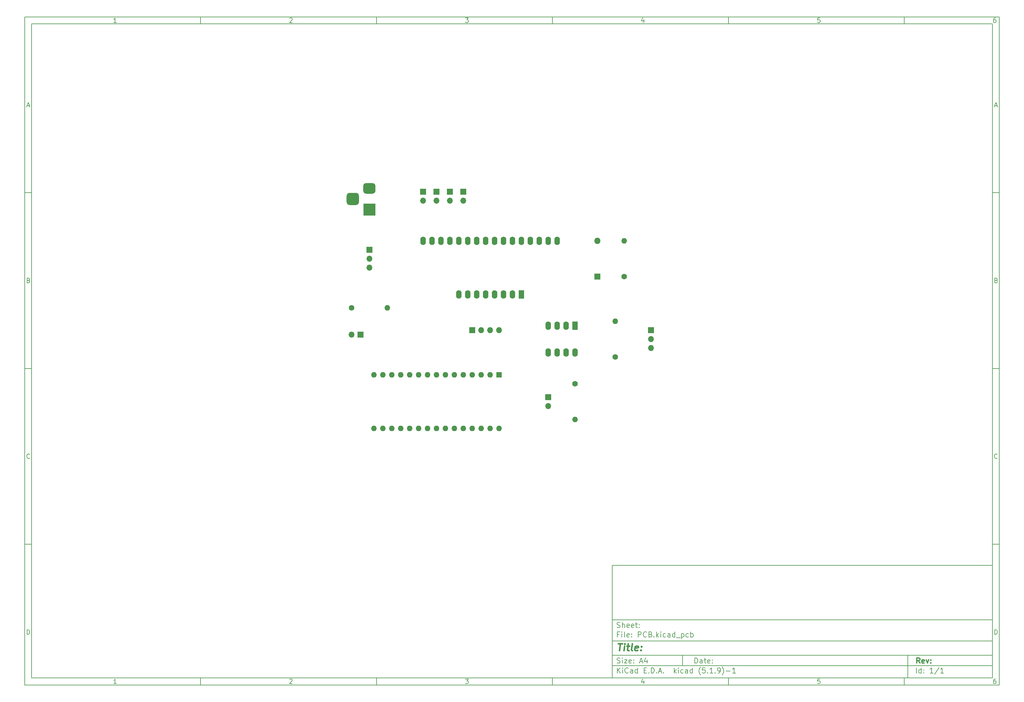
<source format=gbr>
%TF.GenerationSoftware,KiCad,Pcbnew,(5.1.9)-1*%
%TF.CreationDate,2023-11-25T15:35:42-05:00*%
%TF.ProjectId,PCB,5043422e-6b69-4636-9164-5f7063625858,rev?*%
%TF.SameCoordinates,Original*%
%TF.FileFunction,Copper,L1,Top*%
%TF.FilePolarity,Positive*%
%FSLAX46Y46*%
G04 Gerber Fmt 4.6, Leading zero omitted, Abs format (unit mm)*
G04 Created by KiCad (PCBNEW (5.1.9)-1) date 2023-11-25 15:35:42*
%MOMM*%
%LPD*%
G01*
G04 APERTURE LIST*
%ADD10C,0.100000*%
%ADD11C,0.150000*%
%ADD12C,0.300000*%
%ADD13C,0.400000*%
%TA.AperFunction,ComponentPad*%
%ADD14R,1.600000X1.600000*%
%TD*%
%TA.AperFunction,ComponentPad*%
%ADD15O,1.600000X1.600000*%
%TD*%
%TA.AperFunction,ComponentPad*%
%ADD16R,1.700000X1.700000*%
%TD*%
%TA.AperFunction,ComponentPad*%
%ADD17O,1.700000X1.700000*%
%TD*%
%TA.AperFunction,ComponentPad*%
%ADD18R,1.800000X1.800000*%
%TD*%
%TA.AperFunction,ComponentPad*%
%ADD19O,1.800000X1.800000*%
%TD*%
%TA.AperFunction,ComponentPad*%
%ADD20R,3.500000X3.500000*%
%TD*%
%TA.AperFunction,ComponentPad*%
%ADD21C,1.600000*%
%TD*%
%TA.AperFunction,ComponentPad*%
%ADD22O,1.600000X2.400000*%
%TD*%
%TA.AperFunction,ComponentPad*%
%ADD23R,1.600000X2.400000*%
%TD*%
G04 APERTURE END LIST*
D10*
D11*
X177002200Y-166007200D02*
X177002200Y-198007200D01*
X285002200Y-198007200D01*
X285002200Y-166007200D01*
X177002200Y-166007200D01*
D10*
D11*
X10000000Y-10000000D02*
X10000000Y-200007200D01*
X287002200Y-200007200D01*
X287002200Y-10000000D01*
X10000000Y-10000000D01*
D10*
D11*
X12000000Y-12000000D02*
X12000000Y-198007200D01*
X285002200Y-198007200D01*
X285002200Y-12000000D01*
X12000000Y-12000000D01*
D10*
D11*
X60000000Y-12000000D02*
X60000000Y-10000000D01*
D10*
D11*
X110000000Y-12000000D02*
X110000000Y-10000000D01*
D10*
D11*
X160000000Y-12000000D02*
X160000000Y-10000000D01*
D10*
D11*
X210000000Y-12000000D02*
X210000000Y-10000000D01*
D10*
D11*
X260000000Y-12000000D02*
X260000000Y-10000000D01*
D10*
D11*
X36065476Y-11588095D02*
X35322619Y-11588095D01*
X35694047Y-11588095D02*
X35694047Y-10288095D01*
X35570238Y-10473809D01*
X35446428Y-10597619D01*
X35322619Y-10659523D01*
D10*
D11*
X85322619Y-10411904D02*
X85384523Y-10350000D01*
X85508333Y-10288095D01*
X85817857Y-10288095D01*
X85941666Y-10350000D01*
X86003571Y-10411904D01*
X86065476Y-10535714D01*
X86065476Y-10659523D01*
X86003571Y-10845238D01*
X85260714Y-11588095D01*
X86065476Y-11588095D01*
D10*
D11*
X135260714Y-10288095D02*
X136065476Y-10288095D01*
X135632142Y-10783333D01*
X135817857Y-10783333D01*
X135941666Y-10845238D01*
X136003571Y-10907142D01*
X136065476Y-11030952D01*
X136065476Y-11340476D01*
X136003571Y-11464285D01*
X135941666Y-11526190D01*
X135817857Y-11588095D01*
X135446428Y-11588095D01*
X135322619Y-11526190D01*
X135260714Y-11464285D01*
D10*
D11*
X185941666Y-10721428D02*
X185941666Y-11588095D01*
X185632142Y-10226190D02*
X185322619Y-11154761D01*
X186127380Y-11154761D01*
D10*
D11*
X236003571Y-10288095D02*
X235384523Y-10288095D01*
X235322619Y-10907142D01*
X235384523Y-10845238D01*
X235508333Y-10783333D01*
X235817857Y-10783333D01*
X235941666Y-10845238D01*
X236003571Y-10907142D01*
X236065476Y-11030952D01*
X236065476Y-11340476D01*
X236003571Y-11464285D01*
X235941666Y-11526190D01*
X235817857Y-11588095D01*
X235508333Y-11588095D01*
X235384523Y-11526190D01*
X235322619Y-11464285D01*
D10*
D11*
X285941666Y-10288095D02*
X285694047Y-10288095D01*
X285570238Y-10350000D01*
X285508333Y-10411904D01*
X285384523Y-10597619D01*
X285322619Y-10845238D01*
X285322619Y-11340476D01*
X285384523Y-11464285D01*
X285446428Y-11526190D01*
X285570238Y-11588095D01*
X285817857Y-11588095D01*
X285941666Y-11526190D01*
X286003571Y-11464285D01*
X286065476Y-11340476D01*
X286065476Y-11030952D01*
X286003571Y-10907142D01*
X285941666Y-10845238D01*
X285817857Y-10783333D01*
X285570238Y-10783333D01*
X285446428Y-10845238D01*
X285384523Y-10907142D01*
X285322619Y-11030952D01*
D10*
D11*
X60000000Y-198007200D02*
X60000000Y-200007200D01*
D10*
D11*
X110000000Y-198007200D02*
X110000000Y-200007200D01*
D10*
D11*
X160000000Y-198007200D02*
X160000000Y-200007200D01*
D10*
D11*
X210000000Y-198007200D02*
X210000000Y-200007200D01*
D10*
D11*
X260000000Y-198007200D02*
X260000000Y-200007200D01*
D10*
D11*
X36065476Y-199595295D02*
X35322619Y-199595295D01*
X35694047Y-199595295D02*
X35694047Y-198295295D01*
X35570238Y-198481009D01*
X35446428Y-198604819D01*
X35322619Y-198666723D01*
D10*
D11*
X85322619Y-198419104D02*
X85384523Y-198357200D01*
X85508333Y-198295295D01*
X85817857Y-198295295D01*
X85941666Y-198357200D01*
X86003571Y-198419104D01*
X86065476Y-198542914D01*
X86065476Y-198666723D01*
X86003571Y-198852438D01*
X85260714Y-199595295D01*
X86065476Y-199595295D01*
D10*
D11*
X135260714Y-198295295D02*
X136065476Y-198295295D01*
X135632142Y-198790533D01*
X135817857Y-198790533D01*
X135941666Y-198852438D01*
X136003571Y-198914342D01*
X136065476Y-199038152D01*
X136065476Y-199347676D01*
X136003571Y-199471485D01*
X135941666Y-199533390D01*
X135817857Y-199595295D01*
X135446428Y-199595295D01*
X135322619Y-199533390D01*
X135260714Y-199471485D01*
D10*
D11*
X185941666Y-198728628D02*
X185941666Y-199595295D01*
X185632142Y-198233390D02*
X185322619Y-199161961D01*
X186127380Y-199161961D01*
D10*
D11*
X236003571Y-198295295D02*
X235384523Y-198295295D01*
X235322619Y-198914342D01*
X235384523Y-198852438D01*
X235508333Y-198790533D01*
X235817857Y-198790533D01*
X235941666Y-198852438D01*
X236003571Y-198914342D01*
X236065476Y-199038152D01*
X236065476Y-199347676D01*
X236003571Y-199471485D01*
X235941666Y-199533390D01*
X235817857Y-199595295D01*
X235508333Y-199595295D01*
X235384523Y-199533390D01*
X235322619Y-199471485D01*
D10*
D11*
X285941666Y-198295295D02*
X285694047Y-198295295D01*
X285570238Y-198357200D01*
X285508333Y-198419104D01*
X285384523Y-198604819D01*
X285322619Y-198852438D01*
X285322619Y-199347676D01*
X285384523Y-199471485D01*
X285446428Y-199533390D01*
X285570238Y-199595295D01*
X285817857Y-199595295D01*
X285941666Y-199533390D01*
X286003571Y-199471485D01*
X286065476Y-199347676D01*
X286065476Y-199038152D01*
X286003571Y-198914342D01*
X285941666Y-198852438D01*
X285817857Y-198790533D01*
X285570238Y-198790533D01*
X285446428Y-198852438D01*
X285384523Y-198914342D01*
X285322619Y-199038152D01*
D10*
D11*
X10000000Y-60000000D02*
X12000000Y-60000000D01*
D10*
D11*
X10000000Y-110000000D02*
X12000000Y-110000000D01*
D10*
D11*
X10000000Y-160000000D02*
X12000000Y-160000000D01*
D10*
D11*
X10690476Y-35216666D02*
X11309523Y-35216666D01*
X10566666Y-35588095D02*
X11000000Y-34288095D01*
X11433333Y-35588095D01*
D10*
D11*
X11092857Y-84907142D02*
X11278571Y-84969047D01*
X11340476Y-85030952D01*
X11402380Y-85154761D01*
X11402380Y-85340476D01*
X11340476Y-85464285D01*
X11278571Y-85526190D01*
X11154761Y-85588095D01*
X10659523Y-85588095D01*
X10659523Y-84288095D01*
X11092857Y-84288095D01*
X11216666Y-84350000D01*
X11278571Y-84411904D01*
X11340476Y-84535714D01*
X11340476Y-84659523D01*
X11278571Y-84783333D01*
X11216666Y-84845238D01*
X11092857Y-84907142D01*
X10659523Y-84907142D01*
D10*
D11*
X11402380Y-135464285D02*
X11340476Y-135526190D01*
X11154761Y-135588095D01*
X11030952Y-135588095D01*
X10845238Y-135526190D01*
X10721428Y-135402380D01*
X10659523Y-135278571D01*
X10597619Y-135030952D01*
X10597619Y-134845238D01*
X10659523Y-134597619D01*
X10721428Y-134473809D01*
X10845238Y-134350000D01*
X11030952Y-134288095D01*
X11154761Y-134288095D01*
X11340476Y-134350000D01*
X11402380Y-134411904D01*
D10*
D11*
X10659523Y-185588095D02*
X10659523Y-184288095D01*
X10969047Y-184288095D01*
X11154761Y-184350000D01*
X11278571Y-184473809D01*
X11340476Y-184597619D01*
X11402380Y-184845238D01*
X11402380Y-185030952D01*
X11340476Y-185278571D01*
X11278571Y-185402380D01*
X11154761Y-185526190D01*
X10969047Y-185588095D01*
X10659523Y-185588095D01*
D10*
D11*
X287002200Y-60000000D02*
X285002200Y-60000000D01*
D10*
D11*
X287002200Y-110000000D02*
X285002200Y-110000000D01*
D10*
D11*
X287002200Y-160000000D02*
X285002200Y-160000000D01*
D10*
D11*
X285692676Y-35216666D02*
X286311723Y-35216666D01*
X285568866Y-35588095D02*
X286002200Y-34288095D01*
X286435533Y-35588095D01*
D10*
D11*
X286095057Y-84907142D02*
X286280771Y-84969047D01*
X286342676Y-85030952D01*
X286404580Y-85154761D01*
X286404580Y-85340476D01*
X286342676Y-85464285D01*
X286280771Y-85526190D01*
X286156961Y-85588095D01*
X285661723Y-85588095D01*
X285661723Y-84288095D01*
X286095057Y-84288095D01*
X286218866Y-84350000D01*
X286280771Y-84411904D01*
X286342676Y-84535714D01*
X286342676Y-84659523D01*
X286280771Y-84783333D01*
X286218866Y-84845238D01*
X286095057Y-84907142D01*
X285661723Y-84907142D01*
D10*
D11*
X286404580Y-135464285D02*
X286342676Y-135526190D01*
X286156961Y-135588095D01*
X286033152Y-135588095D01*
X285847438Y-135526190D01*
X285723628Y-135402380D01*
X285661723Y-135278571D01*
X285599819Y-135030952D01*
X285599819Y-134845238D01*
X285661723Y-134597619D01*
X285723628Y-134473809D01*
X285847438Y-134350000D01*
X286033152Y-134288095D01*
X286156961Y-134288095D01*
X286342676Y-134350000D01*
X286404580Y-134411904D01*
D10*
D11*
X285661723Y-185588095D02*
X285661723Y-184288095D01*
X285971247Y-184288095D01*
X286156961Y-184350000D01*
X286280771Y-184473809D01*
X286342676Y-184597619D01*
X286404580Y-184845238D01*
X286404580Y-185030952D01*
X286342676Y-185278571D01*
X286280771Y-185402380D01*
X286156961Y-185526190D01*
X285971247Y-185588095D01*
X285661723Y-185588095D01*
D10*
D11*
X200434342Y-193785771D02*
X200434342Y-192285771D01*
X200791485Y-192285771D01*
X201005771Y-192357200D01*
X201148628Y-192500057D01*
X201220057Y-192642914D01*
X201291485Y-192928628D01*
X201291485Y-193142914D01*
X201220057Y-193428628D01*
X201148628Y-193571485D01*
X201005771Y-193714342D01*
X200791485Y-193785771D01*
X200434342Y-193785771D01*
X202577200Y-193785771D02*
X202577200Y-193000057D01*
X202505771Y-192857200D01*
X202362914Y-192785771D01*
X202077200Y-192785771D01*
X201934342Y-192857200D01*
X202577200Y-193714342D02*
X202434342Y-193785771D01*
X202077200Y-193785771D01*
X201934342Y-193714342D01*
X201862914Y-193571485D01*
X201862914Y-193428628D01*
X201934342Y-193285771D01*
X202077200Y-193214342D01*
X202434342Y-193214342D01*
X202577200Y-193142914D01*
X203077200Y-192785771D02*
X203648628Y-192785771D01*
X203291485Y-192285771D02*
X203291485Y-193571485D01*
X203362914Y-193714342D01*
X203505771Y-193785771D01*
X203648628Y-193785771D01*
X204720057Y-193714342D02*
X204577200Y-193785771D01*
X204291485Y-193785771D01*
X204148628Y-193714342D01*
X204077200Y-193571485D01*
X204077200Y-193000057D01*
X204148628Y-192857200D01*
X204291485Y-192785771D01*
X204577200Y-192785771D01*
X204720057Y-192857200D01*
X204791485Y-193000057D01*
X204791485Y-193142914D01*
X204077200Y-193285771D01*
X205434342Y-193642914D02*
X205505771Y-193714342D01*
X205434342Y-193785771D01*
X205362914Y-193714342D01*
X205434342Y-193642914D01*
X205434342Y-193785771D01*
X205434342Y-192857200D02*
X205505771Y-192928628D01*
X205434342Y-193000057D01*
X205362914Y-192928628D01*
X205434342Y-192857200D01*
X205434342Y-193000057D01*
D10*
D11*
X177002200Y-194507200D02*
X285002200Y-194507200D01*
D10*
D11*
X178434342Y-196585771D02*
X178434342Y-195085771D01*
X179291485Y-196585771D02*
X178648628Y-195728628D01*
X179291485Y-195085771D02*
X178434342Y-195942914D01*
X179934342Y-196585771D02*
X179934342Y-195585771D01*
X179934342Y-195085771D02*
X179862914Y-195157200D01*
X179934342Y-195228628D01*
X180005771Y-195157200D01*
X179934342Y-195085771D01*
X179934342Y-195228628D01*
X181505771Y-196442914D02*
X181434342Y-196514342D01*
X181220057Y-196585771D01*
X181077200Y-196585771D01*
X180862914Y-196514342D01*
X180720057Y-196371485D01*
X180648628Y-196228628D01*
X180577200Y-195942914D01*
X180577200Y-195728628D01*
X180648628Y-195442914D01*
X180720057Y-195300057D01*
X180862914Y-195157200D01*
X181077200Y-195085771D01*
X181220057Y-195085771D01*
X181434342Y-195157200D01*
X181505771Y-195228628D01*
X182791485Y-196585771D02*
X182791485Y-195800057D01*
X182720057Y-195657200D01*
X182577200Y-195585771D01*
X182291485Y-195585771D01*
X182148628Y-195657200D01*
X182791485Y-196514342D02*
X182648628Y-196585771D01*
X182291485Y-196585771D01*
X182148628Y-196514342D01*
X182077200Y-196371485D01*
X182077200Y-196228628D01*
X182148628Y-196085771D01*
X182291485Y-196014342D01*
X182648628Y-196014342D01*
X182791485Y-195942914D01*
X184148628Y-196585771D02*
X184148628Y-195085771D01*
X184148628Y-196514342D02*
X184005771Y-196585771D01*
X183720057Y-196585771D01*
X183577200Y-196514342D01*
X183505771Y-196442914D01*
X183434342Y-196300057D01*
X183434342Y-195871485D01*
X183505771Y-195728628D01*
X183577200Y-195657200D01*
X183720057Y-195585771D01*
X184005771Y-195585771D01*
X184148628Y-195657200D01*
X186005771Y-195800057D02*
X186505771Y-195800057D01*
X186720057Y-196585771D02*
X186005771Y-196585771D01*
X186005771Y-195085771D01*
X186720057Y-195085771D01*
X187362914Y-196442914D02*
X187434342Y-196514342D01*
X187362914Y-196585771D01*
X187291485Y-196514342D01*
X187362914Y-196442914D01*
X187362914Y-196585771D01*
X188077200Y-196585771D02*
X188077200Y-195085771D01*
X188434342Y-195085771D01*
X188648628Y-195157200D01*
X188791485Y-195300057D01*
X188862914Y-195442914D01*
X188934342Y-195728628D01*
X188934342Y-195942914D01*
X188862914Y-196228628D01*
X188791485Y-196371485D01*
X188648628Y-196514342D01*
X188434342Y-196585771D01*
X188077200Y-196585771D01*
X189577200Y-196442914D02*
X189648628Y-196514342D01*
X189577200Y-196585771D01*
X189505771Y-196514342D01*
X189577200Y-196442914D01*
X189577200Y-196585771D01*
X190220057Y-196157200D02*
X190934342Y-196157200D01*
X190077200Y-196585771D02*
X190577200Y-195085771D01*
X191077200Y-196585771D01*
X191577200Y-196442914D02*
X191648628Y-196514342D01*
X191577200Y-196585771D01*
X191505771Y-196514342D01*
X191577200Y-196442914D01*
X191577200Y-196585771D01*
X194577200Y-196585771D02*
X194577200Y-195085771D01*
X194720057Y-196014342D02*
X195148628Y-196585771D01*
X195148628Y-195585771D02*
X194577200Y-196157200D01*
X195791485Y-196585771D02*
X195791485Y-195585771D01*
X195791485Y-195085771D02*
X195720057Y-195157200D01*
X195791485Y-195228628D01*
X195862914Y-195157200D01*
X195791485Y-195085771D01*
X195791485Y-195228628D01*
X197148628Y-196514342D02*
X197005771Y-196585771D01*
X196720057Y-196585771D01*
X196577200Y-196514342D01*
X196505771Y-196442914D01*
X196434342Y-196300057D01*
X196434342Y-195871485D01*
X196505771Y-195728628D01*
X196577200Y-195657200D01*
X196720057Y-195585771D01*
X197005771Y-195585771D01*
X197148628Y-195657200D01*
X198434342Y-196585771D02*
X198434342Y-195800057D01*
X198362914Y-195657200D01*
X198220057Y-195585771D01*
X197934342Y-195585771D01*
X197791485Y-195657200D01*
X198434342Y-196514342D02*
X198291485Y-196585771D01*
X197934342Y-196585771D01*
X197791485Y-196514342D01*
X197720057Y-196371485D01*
X197720057Y-196228628D01*
X197791485Y-196085771D01*
X197934342Y-196014342D01*
X198291485Y-196014342D01*
X198434342Y-195942914D01*
X199791485Y-196585771D02*
X199791485Y-195085771D01*
X199791485Y-196514342D02*
X199648628Y-196585771D01*
X199362914Y-196585771D01*
X199220057Y-196514342D01*
X199148628Y-196442914D01*
X199077200Y-196300057D01*
X199077200Y-195871485D01*
X199148628Y-195728628D01*
X199220057Y-195657200D01*
X199362914Y-195585771D01*
X199648628Y-195585771D01*
X199791485Y-195657200D01*
X202077200Y-197157200D02*
X202005771Y-197085771D01*
X201862914Y-196871485D01*
X201791485Y-196728628D01*
X201720057Y-196514342D01*
X201648628Y-196157200D01*
X201648628Y-195871485D01*
X201720057Y-195514342D01*
X201791485Y-195300057D01*
X201862914Y-195157200D01*
X202005771Y-194942914D01*
X202077200Y-194871485D01*
X203362914Y-195085771D02*
X202648628Y-195085771D01*
X202577200Y-195800057D01*
X202648628Y-195728628D01*
X202791485Y-195657200D01*
X203148628Y-195657200D01*
X203291485Y-195728628D01*
X203362914Y-195800057D01*
X203434342Y-195942914D01*
X203434342Y-196300057D01*
X203362914Y-196442914D01*
X203291485Y-196514342D01*
X203148628Y-196585771D01*
X202791485Y-196585771D01*
X202648628Y-196514342D01*
X202577200Y-196442914D01*
X204077200Y-196442914D02*
X204148628Y-196514342D01*
X204077200Y-196585771D01*
X204005771Y-196514342D01*
X204077200Y-196442914D01*
X204077200Y-196585771D01*
X205577200Y-196585771D02*
X204720057Y-196585771D01*
X205148628Y-196585771D02*
X205148628Y-195085771D01*
X205005771Y-195300057D01*
X204862914Y-195442914D01*
X204720057Y-195514342D01*
X206220057Y-196442914D02*
X206291485Y-196514342D01*
X206220057Y-196585771D01*
X206148628Y-196514342D01*
X206220057Y-196442914D01*
X206220057Y-196585771D01*
X207005771Y-196585771D02*
X207291485Y-196585771D01*
X207434342Y-196514342D01*
X207505771Y-196442914D01*
X207648628Y-196228628D01*
X207720057Y-195942914D01*
X207720057Y-195371485D01*
X207648628Y-195228628D01*
X207577200Y-195157200D01*
X207434342Y-195085771D01*
X207148628Y-195085771D01*
X207005771Y-195157200D01*
X206934342Y-195228628D01*
X206862914Y-195371485D01*
X206862914Y-195728628D01*
X206934342Y-195871485D01*
X207005771Y-195942914D01*
X207148628Y-196014342D01*
X207434342Y-196014342D01*
X207577200Y-195942914D01*
X207648628Y-195871485D01*
X207720057Y-195728628D01*
X208220057Y-197157200D02*
X208291485Y-197085771D01*
X208434342Y-196871485D01*
X208505771Y-196728628D01*
X208577200Y-196514342D01*
X208648628Y-196157200D01*
X208648628Y-195871485D01*
X208577200Y-195514342D01*
X208505771Y-195300057D01*
X208434342Y-195157200D01*
X208291485Y-194942914D01*
X208220057Y-194871485D01*
X209362914Y-196014342D02*
X210505771Y-196014342D01*
X212005771Y-196585771D02*
X211148628Y-196585771D01*
X211577200Y-196585771D02*
X211577200Y-195085771D01*
X211434342Y-195300057D01*
X211291485Y-195442914D01*
X211148628Y-195514342D01*
D10*
D11*
X177002200Y-191507200D02*
X285002200Y-191507200D01*
D10*
D12*
X264411485Y-193785771D02*
X263911485Y-193071485D01*
X263554342Y-193785771D02*
X263554342Y-192285771D01*
X264125771Y-192285771D01*
X264268628Y-192357200D01*
X264340057Y-192428628D01*
X264411485Y-192571485D01*
X264411485Y-192785771D01*
X264340057Y-192928628D01*
X264268628Y-193000057D01*
X264125771Y-193071485D01*
X263554342Y-193071485D01*
X265625771Y-193714342D02*
X265482914Y-193785771D01*
X265197200Y-193785771D01*
X265054342Y-193714342D01*
X264982914Y-193571485D01*
X264982914Y-193000057D01*
X265054342Y-192857200D01*
X265197200Y-192785771D01*
X265482914Y-192785771D01*
X265625771Y-192857200D01*
X265697200Y-193000057D01*
X265697200Y-193142914D01*
X264982914Y-193285771D01*
X266197200Y-192785771D02*
X266554342Y-193785771D01*
X266911485Y-192785771D01*
X267482914Y-193642914D02*
X267554342Y-193714342D01*
X267482914Y-193785771D01*
X267411485Y-193714342D01*
X267482914Y-193642914D01*
X267482914Y-193785771D01*
X267482914Y-192857200D02*
X267554342Y-192928628D01*
X267482914Y-193000057D01*
X267411485Y-192928628D01*
X267482914Y-192857200D01*
X267482914Y-193000057D01*
D10*
D11*
X178362914Y-193714342D02*
X178577200Y-193785771D01*
X178934342Y-193785771D01*
X179077200Y-193714342D01*
X179148628Y-193642914D01*
X179220057Y-193500057D01*
X179220057Y-193357200D01*
X179148628Y-193214342D01*
X179077200Y-193142914D01*
X178934342Y-193071485D01*
X178648628Y-193000057D01*
X178505771Y-192928628D01*
X178434342Y-192857200D01*
X178362914Y-192714342D01*
X178362914Y-192571485D01*
X178434342Y-192428628D01*
X178505771Y-192357200D01*
X178648628Y-192285771D01*
X179005771Y-192285771D01*
X179220057Y-192357200D01*
X179862914Y-193785771D02*
X179862914Y-192785771D01*
X179862914Y-192285771D02*
X179791485Y-192357200D01*
X179862914Y-192428628D01*
X179934342Y-192357200D01*
X179862914Y-192285771D01*
X179862914Y-192428628D01*
X180434342Y-192785771D02*
X181220057Y-192785771D01*
X180434342Y-193785771D01*
X181220057Y-193785771D01*
X182362914Y-193714342D02*
X182220057Y-193785771D01*
X181934342Y-193785771D01*
X181791485Y-193714342D01*
X181720057Y-193571485D01*
X181720057Y-193000057D01*
X181791485Y-192857200D01*
X181934342Y-192785771D01*
X182220057Y-192785771D01*
X182362914Y-192857200D01*
X182434342Y-193000057D01*
X182434342Y-193142914D01*
X181720057Y-193285771D01*
X183077200Y-193642914D02*
X183148628Y-193714342D01*
X183077200Y-193785771D01*
X183005771Y-193714342D01*
X183077200Y-193642914D01*
X183077200Y-193785771D01*
X183077200Y-192857200D02*
X183148628Y-192928628D01*
X183077200Y-193000057D01*
X183005771Y-192928628D01*
X183077200Y-192857200D01*
X183077200Y-193000057D01*
X184862914Y-193357200D02*
X185577200Y-193357200D01*
X184720057Y-193785771D02*
X185220057Y-192285771D01*
X185720057Y-193785771D01*
X186862914Y-192785771D02*
X186862914Y-193785771D01*
X186505771Y-192214342D02*
X186148628Y-193285771D01*
X187077200Y-193285771D01*
D10*
D11*
X263434342Y-196585771D02*
X263434342Y-195085771D01*
X264791485Y-196585771D02*
X264791485Y-195085771D01*
X264791485Y-196514342D02*
X264648628Y-196585771D01*
X264362914Y-196585771D01*
X264220057Y-196514342D01*
X264148628Y-196442914D01*
X264077200Y-196300057D01*
X264077200Y-195871485D01*
X264148628Y-195728628D01*
X264220057Y-195657200D01*
X264362914Y-195585771D01*
X264648628Y-195585771D01*
X264791485Y-195657200D01*
X265505771Y-196442914D02*
X265577200Y-196514342D01*
X265505771Y-196585771D01*
X265434342Y-196514342D01*
X265505771Y-196442914D01*
X265505771Y-196585771D01*
X265505771Y-195657200D02*
X265577200Y-195728628D01*
X265505771Y-195800057D01*
X265434342Y-195728628D01*
X265505771Y-195657200D01*
X265505771Y-195800057D01*
X268148628Y-196585771D02*
X267291485Y-196585771D01*
X267720057Y-196585771D02*
X267720057Y-195085771D01*
X267577200Y-195300057D01*
X267434342Y-195442914D01*
X267291485Y-195514342D01*
X269862914Y-195014342D02*
X268577200Y-196942914D01*
X271148628Y-196585771D02*
X270291485Y-196585771D01*
X270720057Y-196585771D02*
X270720057Y-195085771D01*
X270577200Y-195300057D01*
X270434342Y-195442914D01*
X270291485Y-195514342D01*
D10*
D11*
X177002200Y-187507200D02*
X285002200Y-187507200D01*
D10*
D13*
X178714580Y-188211961D02*
X179857438Y-188211961D01*
X179036009Y-190211961D02*
X179286009Y-188211961D01*
X180274104Y-190211961D02*
X180440771Y-188878628D01*
X180524104Y-188211961D02*
X180416961Y-188307200D01*
X180500295Y-188402438D01*
X180607438Y-188307200D01*
X180524104Y-188211961D01*
X180500295Y-188402438D01*
X181107438Y-188878628D02*
X181869342Y-188878628D01*
X181476485Y-188211961D02*
X181262200Y-189926247D01*
X181333628Y-190116723D01*
X181512200Y-190211961D01*
X181702676Y-190211961D01*
X182655057Y-190211961D02*
X182476485Y-190116723D01*
X182405057Y-189926247D01*
X182619342Y-188211961D01*
X184190771Y-190116723D02*
X183988390Y-190211961D01*
X183607438Y-190211961D01*
X183428866Y-190116723D01*
X183357438Y-189926247D01*
X183452676Y-189164342D01*
X183571723Y-188973866D01*
X183774104Y-188878628D01*
X184155057Y-188878628D01*
X184333628Y-188973866D01*
X184405057Y-189164342D01*
X184381247Y-189354819D01*
X183405057Y-189545295D01*
X185155057Y-190021485D02*
X185238390Y-190116723D01*
X185131247Y-190211961D01*
X185047914Y-190116723D01*
X185155057Y-190021485D01*
X185131247Y-190211961D01*
X185286009Y-188973866D02*
X185369342Y-189069104D01*
X185262200Y-189164342D01*
X185178866Y-189069104D01*
X185286009Y-188973866D01*
X185262200Y-189164342D01*
D10*
D11*
X178934342Y-185600057D02*
X178434342Y-185600057D01*
X178434342Y-186385771D02*
X178434342Y-184885771D01*
X179148628Y-184885771D01*
X179720057Y-186385771D02*
X179720057Y-185385771D01*
X179720057Y-184885771D02*
X179648628Y-184957200D01*
X179720057Y-185028628D01*
X179791485Y-184957200D01*
X179720057Y-184885771D01*
X179720057Y-185028628D01*
X180648628Y-186385771D02*
X180505771Y-186314342D01*
X180434342Y-186171485D01*
X180434342Y-184885771D01*
X181791485Y-186314342D02*
X181648628Y-186385771D01*
X181362914Y-186385771D01*
X181220057Y-186314342D01*
X181148628Y-186171485D01*
X181148628Y-185600057D01*
X181220057Y-185457200D01*
X181362914Y-185385771D01*
X181648628Y-185385771D01*
X181791485Y-185457200D01*
X181862914Y-185600057D01*
X181862914Y-185742914D01*
X181148628Y-185885771D01*
X182505771Y-186242914D02*
X182577200Y-186314342D01*
X182505771Y-186385771D01*
X182434342Y-186314342D01*
X182505771Y-186242914D01*
X182505771Y-186385771D01*
X182505771Y-185457200D02*
X182577200Y-185528628D01*
X182505771Y-185600057D01*
X182434342Y-185528628D01*
X182505771Y-185457200D01*
X182505771Y-185600057D01*
X184362914Y-186385771D02*
X184362914Y-184885771D01*
X184934342Y-184885771D01*
X185077200Y-184957200D01*
X185148628Y-185028628D01*
X185220057Y-185171485D01*
X185220057Y-185385771D01*
X185148628Y-185528628D01*
X185077200Y-185600057D01*
X184934342Y-185671485D01*
X184362914Y-185671485D01*
X186720057Y-186242914D02*
X186648628Y-186314342D01*
X186434342Y-186385771D01*
X186291485Y-186385771D01*
X186077200Y-186314342D01*
X185934342Y-186171485D01*
X185862914Y-186028628D01*
X185791485Y-185742914D01*
X185791485Y-185528628D01*
X185862914Y-185242914D01*
X185934342Y-185100057D01*
X186077200Y-184957200D01*
X186291485Y-184885771D01*
X186434342Y-184885771D01*
X186648628Y-184957200D01*
X186720057Y-185028628D01*
X187862914Y-185600057D02*
X188077200Y-185671485D01*
X188148628Y-185742914D01*
X188220057Y-185885771D01*
X188220057Y-186100057D01*
X188148628Y-186242914D01*
X188077200Y-186314342D01*
X187934342Y-186385771D01*
X187362914Y-186385771D01*
X187362914Y-184885771D01*
X187862914Y-184885771D01*
X188005771Y-184957200D01*
X188077200Y-185028628D01*
X188148628Y-185171485D01*
X188148628Y-185314342D01*
X188077200Y-185457200D01*
X188005771Y-185528628D01*
X187862914Y-185600057D01*
X187362914Y-185600057D01*
X188862914Y-186242914D02*
X188934342Y-186314342D01*
X188862914Y-186385771D01*
X188791485Y-186314342D01*
X188862914Y-186242914D01*
X188862914Y-186385771D01*
X189577200Y-186385771D02*
X189577200Y-184885771D01*
X189720057Y-185814342D02*
X190148628Y-186385771D01*
X190148628Y-185385771D02*
X189577200Y-185957200D01*
X190791485Y-186385771D02*
X190791485Y-185385771D01*
X190791485Y-184885771D02*
X190720057Y-184957200D01*
X190791485Y-185028628D01*
X190862914Y-184957200D01*
X190791485Y-184885771D01*
X190791485Y-185028628D01*
X192148628Y-186314342D02*
X192005771Y-186385771D01*
X191720057Y-186385771D01*
X191577200Y-186314342D01*
X191505771Y-186242914D01*
X191434342Y-186100057D01*
X191434342Y-185671485D01*
X191505771Y-185528628D01*
X191577200Y-185457200D01*
X191720057Y-185385771D01*
X192005771Y-185385771D01*
X192148628Y-185457200D01*
X193434342Y-186385771D02*
X193434342Y-185600057D01*
X193362914Y-185457200D01*
X193220057Y-185385771D01*
X192934342Y-185385771D01*
X192791485Y-185457200D01*
X193434342Y-186314342D02*
X193291485Y-186385771D01*
X192934342Y-186385771D01*
X192791485Y-186314342D01*
X192720057Y-186171485D01*
X192720057Y-186028628D01*
X192791485Y-185885771D01*
X192934342Y-185814342D01*
X193291485Y-185814342D01*
X193434342Y-185742914D01*
X194791485Y-186385771D02*
X194791485Y-184885771D01*
X194791485Y-186314342D02*
X194648628Y-186385771D01*
X194362914Y-186385771D01*
X194220057Y-186314342D01*
X194148628Y-186242914D01*
X194077200Y-186100057D01*
X194077200Y-185671485D01*
X194148628Y-185528628D01*
X194220057Y-185457200D01*
X194362914Y-185385771D01*
X194648628Y-185385771D01*
X194791485Y-185457200D01*
X195148628Y-186528628D02*
X196291485Y-186528628D01*
X196648628Y-185385771D02*
X196648628Y-186885771D01*
X196648628Y-185457200D02*
X196791485Y-185385771D01*
X197077200Y-185385771D01*
X197220057Y-185457200D01*
X197291485Y-185528628D01*
X197362914Y-185671485D01*
X197362914Y-186100057D01*
X197291485Y-186242914D01*
X197220057Y-186314342D01*
X197077200Y-186385771D01*
X196791485Y-186385771D01*
X196648628Y-186314342D01*
X198648628Y-186314342D02*
X198505771Y-186385771D01*
X198220057Y-186385771D01*
X198077200Y-186314342D01*
X198005771Y-186242914D01*
X197934342Y-186100057D01*
X197934342Y-185671485D01*
X198005771Y-185528628D01*
X198077200Y-185457200D01*
X198220057Y-185385771D01*
X198505771Y-185385771D01*
X198648628Y-185457200D01*
X199291485Y-186385771D02*
X199291485Y-184885771D01*
X199291485Y-185457200D02*
X199434342Y-185385771D01*
X199720057Y-185385771D01*
X199862914Y-185457200D01*
X199934342Y-185528628D01*
X200005771Y-185671485D01*
X200005771Y-186100057D01*
X199934342Y-186242914D01*
X199862914Y-186314342D01*
X199720057Y-186385771D01*
X199434342Y-186385771D01*
X199291485Y-186314342D01*
D10*
D11*
X177002200Y-181507200D02*
X285002200Y-181507200D01*
D10*
D11*
X178362914Y-183614342D02*
X178577200Y-183685771D01*
X178934342Y-183685771D01*
X179077200Y-183614342D01*
X179148628Y-183542914D01*
X179220057Y-183400057D01*
X179220057Y-183257200D01*
X179148628Y-183114342D01*
X179077200Y-183042914D01*
X178934342Y-182971485D01*
X178648628Y-182900057D01*
X178505771Y-182828628D01*
X178434342Y-182757200D01*
X178362914Y-182614342D01*
X178362914Y-182471485D01*
X178434342Y-182328628D01*
X178505771Y-182257200D01*
X178648628Y-182185771D01*
X179005771Y-182185771D01*
X179220057Y-182257200D01*
X179862914Y-183685771D02*
X179862914Y-182185771D01*
X180505771Y-183685771D02*
X180505771Y-182900057D01*
X180434342Y-182757200D01*
X180291485Y-182685771D01*
X180077200Y-182685771D01*
X179934342Y-182757200D01*
X179862914Y-182828628D01*
X181791485Y-183614342D02*
X181648628Y-183685771D01*
X181362914Y-183685771D01*
X181220057Y-183614342D01*
X181148628Y-183471485D01*
X181148628Y-182900057D01*
X181220057Y-182757200D01*
X181362914Y-182685771D01*
X181648628Y-182685771D01*
X181791485Y-182757200D01*
X181862914Y-182900057D01*
X181862914Y-183042914D01*
X181148628Y-183185771D01*
X183077200Y-183614342D02*
X182934342Y-183685771D01*
X182648628Y-183685771D01*
X182505771Y-183614342D01*
X182434342Y-183471485D01*
X182434342Y-182900057D01*
X182505771Y-182757200D01*
X182648628Y-182685771D01*
X182934342Y-182685771D01*
X183077200Y-182757200D01*
X183148628Y-182900057D01*
X183148628Y-183042914D01*
X182434342Y-183185771D01*
X183577200Y-182685771D02*
X184148628Y-182685771D01*
X183791485Y-182185771D02*
X183791485Y-183471485D01*
X183862914Y-183614342D01*
X184005771Y-183685771D01*
X184148628Y-183685771D01*
X184648628Y-183542914D02*
X184720057Y-183614342D01*
X184648628Y-183685771D01*
X184577200Y-183614342D01*
X184648628Y-183542914D01*
X184648628Y-183685771D01*
X184648628Y-182757200D02*
X184720057Y-182828628D01*
X184648628Y-182900057D01*
X184577200Y-182828628D01*
X184648628Y-182757200D01*
X184648628Y-182900057D01*
D10*
D11*
X197002200Y-191507200D02*
X197002200Y-194507200D01*
D10*
D11*
X261002200Y-191507200D02*
X261002200Y-198007200D01*
D14*
%TO.P,A1,1*%
%TO.N,Net-(A1-Pad1)*%
X144780000Y-111760000D03*
D15*
%TO.P,A1,17*%
%TO.N,N/C*%
X111760000Y-127000000D03*
%TO.P,A1,2*%
%TO.N,Net-(A1-Pad2)*%
X142240000Y-111760000D03*
%TO.P,A1,18*%
%TO.N,N/C*%
X114300000Y-127000000D03*
%TO.P,A1,3*%
X139700000Y-111760000D03*
%TO.P,A1,19*%
%TO.N,Net-(A1-Pad19)*%
X116840000Y-127000000D03*
%TO.P,A1,4*%
%TO.N,GND*%
X137160000Y-111760000D03*
%TO.P,A1,20*%
%TO.N,N/C*%
X119380000Y-127000000D03*
%TO.P,A1,5*%
X134620000Y-111760000D03*
%TO.P,A1,21*%
X121920000Y-127000000D03*
%TO.P,A1,6*%
X132080000Y-111760000D03*
%TO.P,A1,22*%
X124460000Y-127000000D03*
%TO.P,A1,7*%
X129540000Y-111760000D03*
%TO.P,A1,23*%
X127000000Y-127000000D03*
%TO.P,A1,8*%
X127000000Y-111760000D03*
%TO.P,A1,24*%
X129540000Y-127000000D03*
%TO.P,A1,9*%
X124460000Y-111760000D03*
%TO.P,A1,25*%
X132080000Y-127000000D03*
%TO.P,A1,10*%
X121920000Y-111760000D03*
%TO.P,A1,26*%
X134620000Y-127000000D03*
%TO.P,A1,11*%
X119380000Y-111760000D03*
%TO.P,A1,27*%
%TO.N,Net-(A1-Pad27)*%
X137160000Y-127000000D03*
%TO.P,A1,12*%
%TO.N,Net-(A1-Pad12)*%
X116840000Y-111760000D03*
%TO.P,A1,28*%
%TO.N,N/C*%
X139700000Y-127000000D03*
%TO.P,A1,13*%
%TO.N,Net-(A1-Pad13)*%
X114300000Y-111760000D03*
%TO.P,A1,29*%
%TO.N,N/C*%
X142240000Y-127000000D03*
%TO.P,A1,14*%
X111760000Y-111760000D03*
%TO.P,A1,30*%
%TO.N,Net-(A1-Pad30)*%
X144780000Y-127000000D03*
%TO.P,A1,15*%
%TO.N,N/C*%
X109220000Y-111760000D03*
%TO.P,A1,16*%
X109220000Y-127000000D03*
%TD*%
D16*
%TO.P,C1,1*%
%TO.N,GND*%
X158750000Y-118110000D03*
D17*
%TO.P,C1,2*%
%TO.N,Net-(C1-Pad2)*%
X158750000Y-120650000D03*
%TD*%
D18*
%TO.P,D1,1*%
%TO.N,Net-(A1-Pad19)*%
X172720000Y-83820000D03*
D19*
%TO.P,D1,2*%
%TO.N,GND*%
X172720000Y-73660000D03*
%TD*%
D17*
%TO.P,D2,2*%
%TO.N,Net-(D2-Pad2)*%
X102870000Y-100330000D03*
D16*
%TO.P,D2,1*%
%TO.N,GND*%
X105410000Y-100330000D03*
%TD*%
D20*
%TO.P,J1,1*%
%TO.N,Net-(J1-Pad1)*%
X107950000Y-64770000D03*
%TO.P,J1,2*%
%TO.N,GND*%
%TA.AperFunction,ComponentPad*%
G36*
G01*
X106950000Y-57270000D02*
X108950000Y-57270000D01*
G75*
G02*
X109700000Y-58020000I0J-750000D01*
G01*
X109700000Y-59520000D01*
G75*
G02*
X108950000Y-60270000I-750000J0D01*
G01*
X106950000Y-60270000D01*
G75*
G02*
X106200000Y-59520000I0J750000D01*
G01*
X106200000Y-58020000D01*
G75*
G02*
X106950000Y-57270000I750000J0D01*
G01*
G37*
%TD.AperFunction*%
%TO.P,J1,3*%
%TO.N,N/C*%
%TA.AperFunction,ComponentPad*%
G36*
G01*
X102375000Y-60020000D02*
X104125000Y-60020000D01*
G75*
G02*
X105000000Y-60895000I0J-875000D01*
G01*
X105000000Y-62645000D01*
G75*
G02*
X104125000Y-63520000I-875000J0D01*
G01*
X102375000Y-63520000D01*
G75*
G02*
X101500000Y-62645000I0J875000D01*
G01*
X101500000Y-60895000D01*
G75*
G02*
X102375000Y-60020000I875000J0D01*
G01*
G37*
%TD.AperFunction*%
%TD*%
D16*
%TO.P,J2,1*%
%TO.N,N/C*%
X107950000Y-76200000D03*
D17*
%TO.P,J2,2*%
%TO.N,Net-(J1-Pad1)*%
X107950000Y-78740000D03*
%TO.P,J2,3*%
%TO.N,Net-(A1-Pad30)*%
X107950000Y-81280000D03*
%TD*%
%TO.P,J3,2*%
%TO.N,Net-(J3-Pad2)*%
X123190000Y-62230000D03*
D16*
%TO.P,J3,1*%
%TO.N,GND*%
X123190000Y-59690000D03*
%TD*%
%TO.P,J4,1*%
%TO.N,GND*%
X127000000Y-59690000D03*
D17*
%TO.P,J4,2*%
%TO.N,Net-(J4-Pad2)*%
X127000000Y-62230000D03*
%TD*%
D16*
%TO.P,J5,1*%
%TO.N,GND*%
X130810000Y-59690000D03*
D17*
%TO.P,J5,2*%
%TO.N,Net-(J5-Pad2)*%
X130810000Y-62230000D03*
%TD*%
%TO.P,J6,2*%
%TO.N,Net-(J6-Pad2)*%
X134620000Y-62230000D03*
D16*
%TO.P,J6,1*%
%TO.N,GND*%
X134620000Y-59690000D03*
%TD*%
%TO.P,J7,1*%
%TO.N,Net-(A1-Pad27)*%
X137160000Y-99060000D03*
D17*
%TO.P,J7,2*%
%TO.N,GND*%
X139700000Y-99060000D03*
%TO.P,J7,3*%
%TO.N,Net-(A1-Pad2)*%
X142240000Y-99060000D03*
%TO.P,J7,4*%
%TO.N,Net-(A1-Pad1)*%
X144780000Y-99060000D03*
%TD*%
D21*
%TO.P,R1,1*%
%TO.N,GND*%
X166370000Y-114300000D03*
D15*
%TO.P,R1,2*%
%TO.N,Net-(C1-Pad2)*%
X166370000Y-124460000D03*
%TD*%
D21*
%TO.P,R2,1*%
%TO.N,Net-(A1-Pad27)*%
X180340000Y-83820000D03*
D15*
%TO.P,R2,2*%
%TO.N,Net-(C1-Pad2)*%
X180340000Y-73660000D03*
%TD*%
%TO.P,R3,2*%
%TO.N,Net-(A1-Pad19)*%
X177800000Y-96520000D03*
D21*
%TO.P,R3,1*%
%TO.N,Net-(R3-Pad1)*%
X177800000Y-106680000D03*
%TD*%
D15*
%TO.P,R4,2*%
%TO.N,Net-(A1-Pad30)*%
X113030000Y-92710000D03*
D21*
%TO.P,R4,1*%
%TO.N,Net-(D2-Pad2)*%
X102870000Y-92710000D03*
%TD*%
D17*
%TO.P,RV1,3*%
%TO.N,Net-(R3-Pad1)*%
X187960000Y-104140000D03*
%TO.P,RV1,2*%
%TO.N,Net-(A1-Pad27)*%
X187960000Y-101600000D03*
D16*
%TO.P,RV1,1*%
%TO.N,N/C*%
X187960000Y-99060000D03*
%TD*%
D22*
%TO.P,U1,16*%
%TO.N,N/C*%
X161290000Y-73660000D03*
%TO.P,U1,24*%
%TO.N,Net-(A1-Pad27)*%
X135890000Y-88900000D03*
%TO.P,U1,17*%
%TO.N,N/C*%
X158750000Y-73660000D03*
%TO.P,U1,12*%
%TO.N,GND*%
X133350000Y-88900000D03*
%TO.P,U1,18*%
%TO.N,N/C*%
X156210000Y-73660000D03*
%TO.P,U1,15*%
%TO.N,GND*%
X138430000Y-88900000D03*
%TO.P,U1,19*%
%TO.N,N/C*%
X153670000Y-73660000D03*
%TO.P,U1,13*%
X148590000Y-88900000D03*
%TO.P,U1,20*%
X151130000Y-73660000D03*
%TO.P,U1,14*%
X146050000Y-88900000D03*
%TO.P,U1,21*%
X148590000Y-73660000D03*
%TO.P,U1,11*%
%TO.N,Net-(A1-Pad13)*%
X143510000Y-88900000D03*
%TO.P,U1,22*%
%TO.N,N/C*%
X146050000Y-73660000D03*
%TO.P,U1,10*%
%TO.N,Net-(A1-Pad12)*%
X140970000Y-88900000D03*
%TO.P,U1,23*%
%TO.N,N/C*%
X143510000Y-73660000D03*
D23*
%TO.P,U1,1*%
%TO.N,Net-(R3-Pad1)*%
X151130000Y-88900000D03*
D22*
%TO.P,U1,2*%
%TO.N,N/C*%
X140970000Y-73660000D03*
%TO.P,U1,9*%
%TO.N,Net-(J3-Pad2)*%
X123190000Y-73660000D03*
%TO.P,U1,3*%
%TO.N,N/C*%
X138430000Y-73660000D03*
%TO.P,U1,8*%
%TO.N,Net-(J4-Pad2)*%
X125730000Y-73660000D03*
%TO.P,U1,4*%
%TO.N,N/C*%
X135890000Y-73660000D03*
%TO.P,U1,7*%
%TO.N,Net-(J5-Pad2)*%
X128270000Y-73660000D03*
%TO.P,U1,5*%
%TO.N,N/C*%
X133350000Y-73660000D03*
%TO.P,U1,6*%
%TO.N,Net-(J6-Pad2)*%
X130810000Y-73660000D03*
%TD*%
D23*
%TO.P,U2,1*%
%TO.N,Net-(A1-Pad19)*%
X166370000Y-97790000D03*
D22*
%TO.P,U2,5*%
%TO.N,N/C*%
X158750000Y-105410000D03*
%TO.P,U2,2*%
%TO.N,Net-(R3-Pad1)*%
X163830000Y-97790000D03*
%TO.P,U2,6*%
%TO.N,N/C*%
X161290000Y-105410000D03*
%TO.P,U2,3*%
%TO.N,Net-(C1-Pad2)*%
X161290000Y-97790000D03*
%TO.P,U2,7*%
%TO.N,N/C*%
X163830000Y-105410000D03*
%TO.P,U2,4*%
%TO.N,GND*%
X158750000Y-97790000D03*
%TO.P,U2,8*%
%TO.N,Net-(A1-Pad30)*%
X166370000Y-105410000D03*
%TD*%
M02*

</source>
